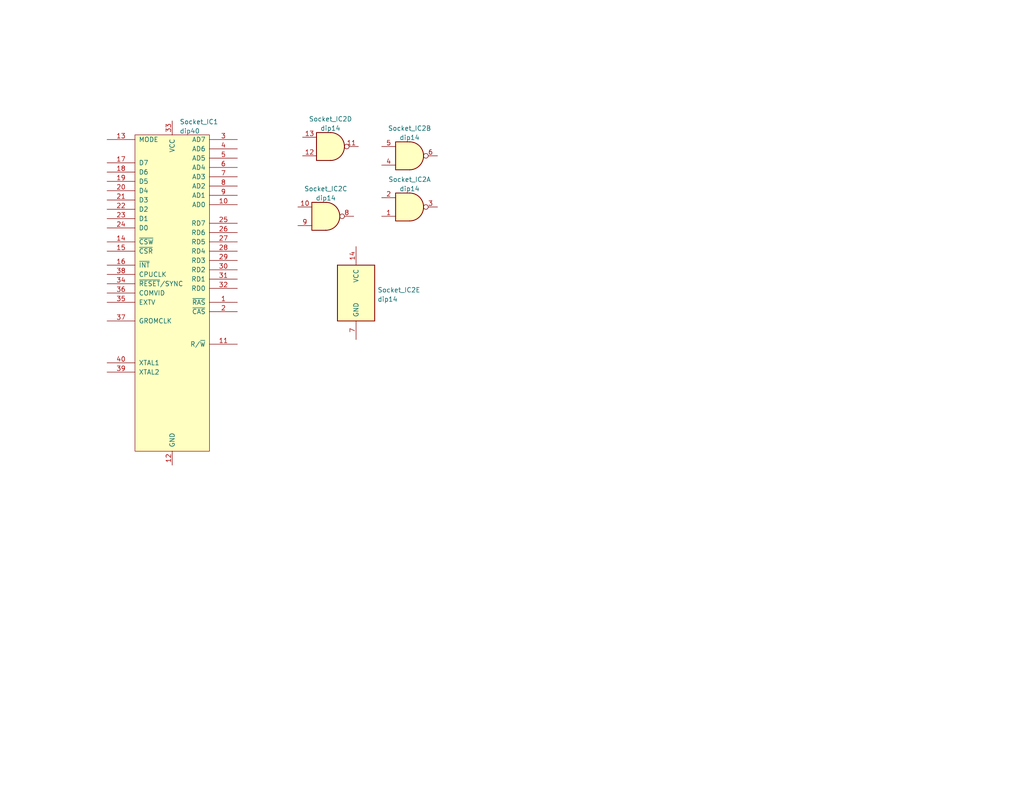
<source format=kicad_sch>
(kicad_sch (version 20211123) (generator eeschema)

  (uuid eb678f4d-d230-4aa8-ac25-ec1ff671fad0)

  (paper "USLetter")

  (lib_symbols
    (symbol "74xx:74LS00" (pin_names (offset 1.016)) (in_bom yes) (on_board yes)
      (property "Reference" "U" (id 0) (at 0 1.27 0)
        (effects (font (size 1.27 1.27)))
      )
      (property "Value" "74LS00" (id 1) (at 0 -1.27 0)
        (effects (font (size 1.27 1.27)))
      )
      (property "Footprint" "" (id 2) (at 0 0 0)
        (effects (font (size 1.27 1.27)) hide)
      )
      (property "Datasheet" "http://www.ti.com/lit/gpn/sn74ls00" (id 3) (at 0 0 0)
        (effects (font (size 1.27 1.27)) hide)
      )
      (property "ki_locked" "" (id 4) (at 0 0 0)
        (effects (font (size 1.27 1.27)))
      )
      (property "ki_keywords" "TTL nand 2-input" (id 5) (at 0 0 0)
        (effects (font (size 1.27 1.27)) hide)
      )
      (property "ki_description" "quad 2-input NAND gate" (id 6) (at 0 0 0)
        (effects (font (size 1.27 1.27)) hide)
      )
      (property "ki_fp_filters" "DIP*W7.62mm* SO14*" (id 7) (at 0 0 0)
        (effects (font (size 1.27 1.27)) hide)
      )
      (symbol "74LS00_1_1"
        (arc (start 0 -3.81) (mid 3.81 0) (end 0 3.81)
          (stroke (width 0.254) (type default) (color 0 0 0 0))
          (fill (type background))
        )
        (polyline
          (pts
            (xy 0 3.81)
            (xy -3.81 3.81)
            (xy -3.81 -3.81)
            (xy 0 -3.81)
          )
          (stroke (width 0.254) (type default) (color 0 0 0 0))
          (fill (type background))
        )
        (pin input line (at -7.62 2.54 0) (length 3.81)
          (name "~" (effects (font (size 1.27 1.27))))
          (number "1" (effects (font (size 1.27 1.27))))
        )
        (pin input line (at -7.62 -2.54 0) (length 3.81)
          (name "~" (effects (font (size 1.27 1.27))))
          (number "2" (effects (font (size 1.27 1.27))))
        )
        (pin output inverted (at 7.62 0 180) (length 3.81)
          (name "~" (effects (font (size 1.27 1.27))))
          (number "3" (effects (font (size 1.27 1.27))))
        )
      )
      (symbol "74LS00_1_2"
        (arc (start -3.81 -3.81) (mid -2.589 0) (end -3.81 3.81)
          (stroke (width 0.254) (type default) (color 0 0 0 0))
          (fill (type none))
        )
        (arc (start -0.6096 -3.81) (mid 2.1842 -2.5851) (end 3.81 0)
          (stroke (width 0.254) (type default) (color 0 0 0 0))
          (fill (type background))
        )
        (polyline
          (pts
            (xy -3.81 -3.81)
            (xy -0.635 -3.81)
          )
          (stroke (width 0.254) (type default) (color 0 0 0 0))
          (fill (type background))
        )
        (polyline
          (pts
            (xy -3.81 3.81)
            (xy -0.635 3.81)
          )
          (stroke (width 0.254) (type default) (color 0 0 0 0))
          (fill (type background))
        )
        (polyline
          (pts
            (xy -0.635 3.81)
            (xy -3.81 3.81)
            (xy -3.81 3.81)
            (xy -3.556 3.4036)
            (xy -3.0226 2.2606)
            (xy -2.6924 1.0414)
            (xy -2.6162 -0.254)
            (xy -2.7686 -1.4986)
            (xy -3.175 -2.7178)
            (xy -3.81 -3.81)
            (xy -3.81 -3.81)
            (xy -0.635 -3.81)
          )
          (stroke (width -25.4) (type default) (color 0 0 0 0))
          (fill (type background))
        )
        (arc (start 3.81 0) (mid 2.1915 2.5936) (end -0.6096 3.81)
          (stroke (width 0.254) (type default) (color 0 0 0 0))
          (fill (type background))
        )
        (pin input inverted (at -7.62 2.54 0) (length 4.318)
          (name "~" (effects (font (size 1.27 1.27))))
          (number "1" (effects (font (size 1.27 1.27))))
        )
        (pin input inverted (at -7.62 -2.54 0) (length 4.318)
          (name "~" (effects (font (size 1.27 1.27))))
          (number "2" (effects (font (size 1.27 1.27))))
        )
        (pin output line (at 7.62 0 180) (length 3.81)
          (name "~" (effects (font (size 1.27 1.27))))
          (number "3" (effects (font (size 1.27 1.27))))
        )
      )
      (symbol "74LS00_2_1"
        (arc (start 0 -3.81) (mid 3.81 0) (end 0 3.81)
          (stroke (width 0.254) (type default) (color 0 0 0 0))
          (fill (type background))
        )
        (polyline
          (pts
            (xy 0 3.81)
            (xy -3.81 3.81)
            (xy -3.81 -3.81)
            (xy 0 -3.81)
          )
          (stroke (width 0.254) (type default) (color 0 0 0 0))
          (fill (type background))
        )
        (pin input line (at -7.62 2.54 0) (length 3.81)
          (name "~" (effects (font (size 1.27 1.27))))
          (number "4" (effects (font (size 1.27 1.27))))
        )
        (pin input line (at -7.62 -2.54 0) (length 3.81)
          (name "~" (effects (font (size 1.27 1.27))))
          (number "5" (effects (font (size 1.27 1.27))))
        )
        (pin output inverted (at 7.62 0 180) (length 3.81)
          (name "~" (effects (font (size 1.27 1.27))))
          (number "6" (effects (font (size 1.27 1.27))))
        )
      )
      (symbol "74LS00_2_2"
        (arc (start -3.81 -3.81) (mid -2.589 0) (end -3.81 3.81)
          (stroke (width 0.254) (type default) (color 0 0 0 0))
          (fill (type none))
        )
        (arc (start -0.6096 -3.81) (mid 2.1842 -2.5851) (end 3.81 0)
          (stroke (width 0.254) (type default) (color 0 0 0 0))
          (fill (type background))
        )
        (polyline
          (pts
            (xy -3.81 -3.81)
            (xy -0.635 -3.81)
          )
          (stroke (width 0.254) (type default) (color 0 0 0 0))
          (fill (type background))
        )
        (polyline
          (pts
            (xy -3.81 3.81)
            (xy -0.635 3.81)
          )
          (stroke (width 0.254) (type default) (color 0 0 0 0))
          (fill (type background))
        )
        (polyline
          (pts
            (xy -0.635 3.81)
            (xy -3.81 3.81)
            (xy -3.81 3.81)
            (xy -3.556 3.4036)
            (xy -3.0226 2.2606)
            (xy -2.6924 1.0414)
            (xy -2.6162 -0.254)
            (xy -2.7686 -1.4986)
            (xy -3.175 -2.7178)
            (xy -3.81 -3.81)
            (xy -3.81 -3.81)
            (xy -0.635 -3.81)
          )
          (stroke (width -25.4) (type default) (color 0 0 0 0))
          (fill (type background))
        )
        (arc (start 3.81 0) (mid 2.1915 2.5936) (end -0.6096 3.81)
          (stroke (width 0.254) (type default) (color 0 0 0 0))
          (fill (type background))
        )
        (pin input inverted (at -7.62 2.54 0) (length 4.318)
          (name "~" (effects (font (size 1.27 1.27))))
          (number "4" (effects (font (size 1.27 1.27))))
        )
        (pin input inverted (at -7.62 -2.54 0) (length 4.318)
          (name "~" (effects (font (size 1.27 1.27))))
          (number "5" (effects (font (size 1.27 1.27))))
        )
        (pin output line (at 7.62 0 180) (length 3.81)
          (name "~" (effects (font (size 1.27 1.27))))
          (number "6" (effects (font (size 1.27 1.27))))
        )
      )
      (symbol "74LS00_3_1"
        (arc (start 0 -3.81) (mid 3.81 0) (end 0 3.81)
          (stroke (width 0.254) (type default) (color 0 0 0 0))
          (fill (type background))
        )
        (polyline
          (pts
            (xy 0 3.81)
            (xy -3.81 3.81)
            (xy -3.81 -3.81)
            (xy 0 -3.81)
          )
          (stroke (width 0.254) (type default) (color 0 0 0 0))
          (fill (type background))
        )
        (pin input line (at -7.62 -2.54 0) (length 3.81)
          (name "~" (effects (font (size 1.27 1.27))))
          (number "10" (effects (font (size 1.27 1.27))))
        )
        (pin output inverted (at 7.62 0 180) (length 3.81)
          (name "~" (effects (font (size 1.27 1.27))))
          (number "8" (effects (font (size 1.27 1.27))))
        )
        (pin input line (at -7.62 2.54 0) (length 3.81)
          (name "~" (effects (font (size 1.27 1.27))))
          (number "9" (effects (font (size 1.27 1.27))))
        )
      )
      (symbol "74LS00_3_2"
        (arc (start -3.81 -3.81) (mid -2.589 0) (end -3.81 3.81)
          (stroke (width 0.254) (type default) (color 0 0 0 0))
          (fill (type none))
        )
        (arc (start -0.6096 -3.81) (mid 2.1842 -2.5851) (end 3.81 0)
          (stroke (width 0.254) (type default) (color 0 0 0 0))
          (fill (type background))
        )
        (polyline
          (pts
            (xy -3.81 -3.81)
            (xy -0.635 -3.81)
          )
          (stroke (width 0.254) (type default) (color 0 0 0 0))
          (fill (type background))
        )
        (polyline
          (pts
            (xy -3.81 3.81)
            (xy -0.635 3.81)
          )
          (stroke (width 0.254) (type default) (color 0 0 0 0))
          (fill (type background))
        )
        (polyline
          (pts
            (xy -0.635 3.81)
            (xy -3.81 3.81)
            (xy -3.81 3.81)
            (xy -3.556 3.4036)
            (xy -3.0226 2.2606)
            (xy -2.6924 1.0414)
            (xy -2.6162 -0.254)
            (xy -2.7686 -1.4986)
            (xy -3.175 -2.7178)
            (xy -3.81 -3.81)
            (xy -3.81 -3.81)
            (xy -0.635 -3.81)
          )
          (stroke (width -25.4) (type default) (color 0 0 0 0))
          (fill (type background))
        )
        (arc (start 3.81 0) (mid 2.1915 2.5936) (end -0.6096 3.81)
          (stroke (width 0.254) (type default) (color 0 0 0 0))
          (fill (type background))
        )
        (pin input inverted (at -7.62 -2.54 0) (length 4.318)
          (name "~" (effects (font (size 1.27 1.27))))
          (number "10" (effects (font (size 1.27 1.27))))
        )
        (pin output line (at 7.62 0 180) (length 3.81)
          (name "~" (effects (font (size 1.27 1.27))))
          (number "8" (effects (font (size 1.27 1.27))))
        )
        (pin input inverted (at -7.62 2.54 0) (length 4.318)
          (name "~" (effects (font (size 1.27 1.27))))
          (number "9" (effects (font (size 1.27 1.27))))
        )
      )
      (symbol "74LS00_4_1"
        (arc (start 0 -3.81) (mid 3.81 0) (end 0 3.81)
          (stroke (width 0.254) (type default) (color 0 0 0 0))
          (fill (type background))
        )
        (polyline
          (pts
            (xy 0 3.81)
            (xy -3.81 3.81)
            (xy -3.81 -3.81)
            (xy 0 -3.81)
          )
          (stroke (width 0.254) (type default) (color 0 0 0 0))
          (fill (type background))
        )
        (pin output inverted (at 7.62 0 180) (length 3.81)
          (name "~" (effects (font (size 1.27 1.27))))
          (number "11" (effects (font (size 1.27 1.27))))
        )
        (pin input line (at -7.62 2.54 0) (length 3.81)
          (name "~" (effects (font (size 1.27 1.27))))
          (number "12" (effects (font (size 1.27 1.27))))
        )
        (pin input line (at -7.62 -2.54 0) (length 3.81)
          (name "~" (effects (font (size 1.27 1.27))))
          (number "13" (effects (font (size 1.27 1.27))))
        )
      )
      (symbol "74LS00_4_2"
        (arc (start -3.81 -3.81) (mid -2.589 0) (end -3.81 3.81)
          (stroke (width 0.254) (type default) (color 0 0 0 0))
          (fill (type none))
        )
        (arc (start -0.6096 -3.81) (mid 2.1842 -2.5851) (end 3.81 0)
          (stroke (width 0.254) (type default) (color 0 0 0 0))
          (fill (type background))
        )
        (polyline
          (pts
            (xy -3.81 -3.81)
            (xy -0.635 -3.81)
          )
          (stroke (width 0.254) (type default) (color 0 0 0 0))
          (fill (type background))
        )
        (polyline
          (pts
            (xy -3.81 3.81)
            (xy -0.635 3.81)
          )
          (stroke (width 0.254) (type default) (color 0 0 0 0))
          (fill (type background))
        )
        (polyline
          (pts
            (xy -0.635 3.81)
            (xy -3.81 3.81)
            (xy -3.81 3.81)
            (xy -3.556 3.4036)
            (xy -3.0226 2.2606)
            (xy -2.6924 1.0414)
            (xy -2.6162 -0.254)
            (xy -2.7686 -1.4986)
            (xy -3.175 -2.7178)
            (xy -3.81 -3.81)
            (xy -3.81 -3.81)
            (xy -0.635 -3.81)
          )
          (stroke (width -25.4) (type default) (color 0 0 0 0))
          (fill (type background))
        )
        (arc (start 3.81 0) (mid 2.1915 2.5936) (end -0.6096 3.81)
          (stroke (width 0.254) (type default) (color 0 0 0 0))
          (fill (type background))
        )
        (pin output line (at 7.62 0 180) (length 3.81)
          (name "~" (effects (font (size 1.27 1.27))))
          (number "11" (effects (font (size 1.27 1.27))))
        )
        (pin input inverted (at -7.62 2.54 0) (length 4.318)
          (name "~" (effects (font (size 1.27 1.27))))
          (number "12" (effects (font (size 1.27 1.27))))
        )
        (pin input inverted (at -7.62 -2.54 0) (length 4.318)
          (name "~" (effects (font (size 1.27 1.27))))
          (number "13" (effects (font (size 1.27 1.27))))
        )
      )
      (symbol "74LS00_5_0"
        (pin power_in line (at 0 12.7 270) (length 5.08)
          (name "VCC" (effects (font (size 1.27 1.27))))
          (number "14" (effects (font (size 1.27 1.27))))
        )
        (pin power_in line (at 0 -12.7 90) (length 5.08)
          (name "GND" (effects (font (size 1.27 1.27))))
          (number "7" (effects (font (size 1.27 1.27))))
        )
      )
      (symbol "74LS00_5_1"
        (rectangle (start -5.08 7.62) (end 5.08 -7.62)
          (stroke (width 0.254) (type default) (color 0 0 0 0))
          (fill (type background))
        )
      )
    )
    (symbol "yamaha:TMS9918A" (pin_names (offset 1.016)) (in_bom yes) (on_board yes)
      (property "Reference" "U?" (id 0) (at 7.62 41.91 0)
        (effects (font (size 1.27 1.27)))
      )
      (property "Value" "TMS9918A" (id 1) (at 6.35 39.37 0)
        (effects (font (size 1.27 1.27)))
      )
      (property "Footprint" "Package_DIP:DIP-40_W15.24mm_Socket" (id 2) (at 0 12.7 0)
        (effects (font (size 1.27 1.27)) hide)
      )
      (property "Datasheet" "https://archive.org/download/Texas_Instruments_TMS9918A/Texas_Instruments_TMS9918A.pdf" (id 3) (at -2.54 63.5 0)
        (effects (font (size 1.27 1.27)) hide)
      )
      (property "ki_description" "video display processor" (id 4) (at 0 0 0)
        (effects (font (size 1.27 1.27)) hide)
      )
      (symbol "TMS9918A_0_0"
        (pin power_in line (at 0 -52.07 90) (length 3.81)
          (name "GND" (effects (font (size 1.27 1.27))))
          (number "12" (effects (font (size 1.27 1.27))))
        )
        (pin power_in line (at 0 41.91 270) (length 3.81)
          (name "VCC" (effects (font (size 1.27 1.27))))
          (number "33" (effects (font (size 1.27 1.27))))
        )
        (pin output line (at -17.78 -5.08 0) (length 7.62)
          (name "COMVID" (effects (font (size 1.27 1.27))))
          (number "36" (effects (font (size 1.27 1.27))))
        )
      )
      (symbol "TMS9918A_0_1"
        (rectangle (start -10.16 38.1) (end 10.16 -48.26)
          (stroke (width 0) (type default) (color 0 0 0 0))
          (fill (type background))
        )
      )
      (symbol "TMS9918A_1_1"
        (pin tri_state line (at 17.78 -7.62 180) (length 7.62)
          (name "~{RAS}" (effects (font (size 1.27 1.27))))
          (number "1" (effects (font (size 1.27 1.27))))
        )
        (pin output line (at 17.78 19.05 180) (length 7.62)
          (name "AD0" (effects (font (size 1.27 1.27))))
          (number "10" (effects (font (size 1.27 1.27))))
        )
        (pin tri_state line (at 17.78 -19.05 180) (length 7.62)
          (name "R/~{W}" (effects (font (size 1.27 1.27))))
          (number "11" (effects (font (size 1.27 1.27))))
        )
        (pin input line (at -17.78 36.83 0) (length 7.62)
          (name "MODE" (effects (font (size 1.27 1.27))))
          (number "13" (effects (font (size 1.27 1.27))))
        )
        (pin input line (at -17.78 8.89 0) (length 7.62)
          (name "~{CSW}" (effects (font (size 1.27 1.27))))
          (number "14" (effects (font (size 1.27 1.27))))
        )
        (pin input line (at -17.78 6.35 0) (length 7.62)
          (name "~{CSR}" (effects (font (size 1.27 1.27))))
          (number "15" (effects (font (size 1.27 1.27))))
        )
        (pin output line (at -17.78 2.54 0) (length 7.62)
          (name "~{INT}" (effects (font (size 1.27 1.27))))
          (number "16" (effects (font (size 1.27 1.27))))
        )
        (pin tri_state line (at -17.78 30.48 0) (length 7.62)
          (name "D7" (effects (font (size 1.27 1.27))))
          (number "17" (effects (font (size 1.27 1.27))))
        )
        (pin tri_state line (at -17.78 27.94 0) (length 7.62)
          (name "D6" (effects (font (size 1.27 1.27))))
          (number "18" (effects (font (size 1.27 1.27))))
        )
        (pin tri_state line (at -17.78 25.4 0) (length 7.62)
          (name "D5" (effects (font (size 1.27 1.27))))
          (number "19" (effects (font (size 1.27 1.27))))
        )
        (pin tri_state line (at 17.78 -10.16 180) (length 7.62)
          (name "~{CAS}" (effects (font (size 1.27 1.27))))
          (number "2" (effects (font (size 1.27 1.27))))
        )
        (pin tri_state line (at -17.78 22.86 0) (length 7.62)
          (name "D4" (effects (font (size 1.27 1.27))))
          (number "20" (effects (font (size 1.27 1.27))))
        )
        (pin tri_state line (at -17.78 20.32 0) (length 7.62)
          (name "D3" (effects (font (size 1.27 1.27))))
          (number "21" (effects (font (size 1.27 1.27))))
        )
        (pin tri_state line (at -17.78 17.78 0) (length 7.62)
          (name "D2" (effects (font (size 1.27 1.27))))
          (number "22" (effects (font (size 1.27 1.27))))
        )
        (pin tri_state line (at -17.78 15.24 0) (length 7.62)
          (name "D1" (effects (font (size 1.27 1.27))))
          (number "23" (effects (font (size 1.27 1.27))))
        )
        (pin tri_state line (at -17.78 12.7 0) (length 7.62)
          (name "D0" (effects (font (size 1.27 1.27))))
          (number "24" (effects (font (size 1.27 1.27))))
        )
        (pin tri_state line (at 17.78 13.97 180) (length 7.62)
          (name "RD7" (effects (font (size 1.27 1.27))))
          (number "25" (effects (font (size 1.27 1.27))))
        )
        (pin tri_state line (at 17.78 11.43 180) (length 7.62)
          (name "RD6" (effects (font (size 1.27 1.27))))
          (number "26" (effects (font (size 1.27 1.27))))
        )
        (pin tri_state line (at 17.78 8.89 180) (length 7.62)
          (name "RD5" (effects (font (size 1.27 1.27))))
          (number "27" (effects (font (size 1.27 1.27))))
        )
        (pin tri_state line (at 17.78 6.35 180) (length 7.62)
          (name "RD4" (effects (font (size 1.27 1.27))))
          (number "28" (effects (font (size 1.27 1.27))))
        )
        (pin tri_state line (at 17.78 3.81 180) (length 7.62)
          (name "RD3" (effects (font (size 1.27 1.27))))
          (number "29" (effects (font (size 1.27 1.27))))
        )
        (pin output line (at 17.78 36.83 180) (length 7.62)
          (name "AD7" (effects (font (size 1.27 1.27))))
          (number "3" (effects (font (size 1.27 1.27))))
        )
        (pin tri_state line (at 17.78 1.27 180) (length 7.62)
          (name "RD2" (effects (font (size 1.27 1.27))))
          (number "30" (effects (font (size 1.27 1.27))))
        )
        (pin tri_state line (at 17.78 -1.27 180) (length 7.62)
          (name "RD1" (effects (font (size 1.27 1.27))))
          (number "31" (effects (font (size 1.27 1.27))))
        )
        (pin tri_state line (at 17.78 -3.81 180) (length 7.62)
          (name "RD0" (effects (font (size 1.27 1.27))))
          (number "32" (effects (font (size 1.27 1.27))))
        )
        (pin input line (at -17.78 -2.54 0) (length 7.62)
          (name "~{RESET}/SYNC" (effects (font (size 1.27 1.27))))
          (number "34" (effects (font (size 1.27 1.27))))
        )
        (pin output line (at -17.78 -7.62 0) (length 7.62)
          (name "EXTV" (effects (font (size 1.27 1.27))))
          (number "35" (effects (font (size 1.27 1.27))))
        )
        (pin output line (at -17.78 -12.7 0) (length 7.62)
          (name "GROMCLK" (effects (font (size 1.27 1.27))))
          (number "37" (effects (font (size 1.27 1.27))))
        )
        (pin output line (at -17.78 0 0) (length 7.62)
          (name "CPUCLK" (effects (font (size 1.27 1.27))))
          (number "38" (effects (font (size 1.27 1.27))))
        )
        (pin input line (at -17.78 -26.67 0) (length 7.62)
          (name "XTAL2" (effects (font (size 1.27 1.27))))
          (number "39" (effects (font (size 1.27 1.27))))
        )
        (pin output line (at 17.78 34.29 180) (length 7.62)
          (name "AD6" (effects (font (size 1.27 1.27))))
          (number "4" (effects (font (size 1.27 1.27))))
        )
        (pin input line (at -17.78 -24.13 0) (length 7.62)
          (name "XTAL1" (effects (font (size 1.27 1.27))))
          (number "40" (effects (font (size 1.27 1.27))))
        )
        (pin output line (at 17.78 31.75 180) (length 7.62)
          (name "AD5" (effects (font (size 1.27 1.27))))
          (number "5" (effects (font (size 1.27 1.27))))
        )
        (pin output line (at 17.78 29.21 180) (length 7.62)
          (name "AD4" (effects (font (size 1.27 1.27))))
          (number "6" (effects (font (size 1.27 1.27))))
        )
        (pin output line (at 17.78 26.67 180) (length 7.62)
          (name "AD3" (effects (font (size 1.27 1.27))))
          (number "7" (effects (font (size 1.27 1.27))))
        )
        (pin output line (at 17.78 24.13 180) (length 7.62)
          (name "AD2" (effects (font (size 1.27 1.27))))
          (number "8" (effects (font (size 1.27 1.27))))
        )
        (pin output line (at 17.78 21.59 180) (length 7.62)
          (name "AD1" (effects (font (size 1.27 1.27))))
          (number "9" (effects (font (size 1.27 1.27))))
        )
      )
    )
  )


  (symbol (lib_id "74xx:74LS00") (at 88.9 59.055 0) (mirror x) (unit 3)
    (in_bom yes) (on_board no) (fields_autoplaced)
    (uuid 0d7f9cac-4579-42f4-8acb-d4201c86121a)
    (property "Reference" "Socket_IC2" (id 0) (at 88.9 51.5452 0))
    (property "Value" "dip14" (id 1) (at 88.9 54.0821 0))
    (property "Footprint" "Package_DIP:DIP-14_W7.62mm_Socket" (id 2) (at 88.9 59.055 0)
      (effects (font (size 1.27 1.27)) hide)
    )
    (property "Datasheet" "http://www.on-shore.com/wp-content/uploads/2015/09/SAXXX0X0.pdf" (id 3) (at 88.9 59.055 0)
      (effects (font (size 1.27 1.27)) hide)
    )
    (property "DigiKey_SKU" "ED3014-ND" (id 4) (at 88.9 59.055 0)
      (effects (font (size 1.27 1.27)) hide)
    )
    (property "MPN" "SA143000" (id 5) (at 88.9 59.055 0)
      (effects (font (size 1.27 1.27)) hide)
    )
    (property "Manufacturer" "On Shore Technology Inc." (id 6) (at 88.9 59.055 0)
      (effects (font (size 1.27 1.27)) hide)
    )
    (pin "1" (uuid 0df2e839-5b1a-4211-9057-16d24a4111a3))
    (pin "2" (uuid 087e17f2-9d23-4775-a14b-212f15aef526))
    (pin "3" (uuid 86982cfb-8941-4b9b-a8f1-c818fd7a7cba))
    (pin "4" (uuid de058c8b-2a00-4425-b052-1bde420c3e7c))
    (pin "5" (uuid d4d93b62-eddb-43df-a915-0993412378b6))
    (pin "6" (uuid 9550cf61-8878-4e36-badd-be2b29b0a45a))
    (pin "10" (uuid e11465e8-1a60-41b2-8117-ca71511099e7))
    (pin "8" (uuid de64c5df-7043-4be7-a1bf-a1aa410b9d97))
    (pin "9" (uuid 74752c81-856e-47ec-8081-80200549ba75))
    (pin "11" (uuid 65401ac6-2452-4e93-ad70-7a9f32f5c209))
    (pin "12" (uuid 72c128fe-4473-4edc-ba6a-145ad6a57bf9))
    (pin "13" (uuid 18d3496e-d420-4029-bd6f-5861fe3f9117))
    (pin "14" (uuid e1c28269-3bff-4171-a5f7-621f59088374))
    (pin "7" (uuid fd89d85e-5ea3-4169-b5ac-3cf029cbefba))
  )

  (symbol (lib_id "yamaha:TMS9918A") (at 46.99 74.93 0) (unit 1)
    (in_bom yes) (on_board no) (fields_autoplaced)
    (uuid 513d0956-4cc2-4868-8b17-03515e9f9327)
    (property "Reference" "Socket_IC1" (id 0) (at 49.0094 33.2572 0)
      (effects (font (size 1.27 1.27)) (justify left))
    )
    (property "Value" "dip40" (id 1) (at 49.0094 35.7941 0)
      (effects (font (size 1.27 1.27)) (justify left))
    )
    (property "Footprint" "Package_DIP:DIP-40_W15.24mm_Socket" (id 2) (at 46.99 62.23 0)
      (effects (font (size 1.27 1.27)) hide)
    )
    (property "Datasheet" "http://www.on-shore.com/wp-content/uploads/2015/09/SAXXX0X0.pdf" (id 3) (at 44.45 11.43 0)
      (effects (font (size 1.27 1.27)) hide)
    )
    (property "DigiKey_SKU" "ED3032-ND" (id 4) (at 46.99 74.93 0)
      (effects (font (size 1.27 1.27)) hide)
    )
    (property "MPN" "SA406000" (id 5) (at 46.99 74.93 0)
      (effects (font (size 1.27 1.27)) hide)
    )
    (property "Manufacturer" "On Shore Technology Inc." (id 6) (at 46.99 74.93 0)
      (effects (font (size 1.27 1.27)) hide)
    )
    (pin "12" (uuid 286cb981-34d8-48fa-b946-abf69cce15d9))
    (pin "33" (uuid fd5f9fc7-c68b-42d9-b64f-b10363709a2e))
    (pin "36" (uuid dbf556ff-f229-4168-9a4e-57c2e9f74ccf))
    (pin "1" (uuid b6611a22-c81b-40f2-a23c-b17a64431bc9))
    (pin "10" (uuid c4e734ce-4f84-47aa-b7d0-98a26ec4edee))
    (pin "11" (uuid 7e0083fa-1185-4b24-9a58-26870a51f9db))
    (pin "13" (uuid 550f8cac-047c-47b0-a8d6-b757ec54de0d))
    (pin "14" (uuid 39e86033-c63f-4b2a-a941-b9911e0da9ff))
    (pin "15" (uuid 4367a20f-221d-41ce-be39-e7d35db79265))
    (pin "16" (uuid 6f60d151-ff3a-4d53-b7e4-9a63b65841d2))
    (pin "17" (uuid 474ae71d-255b-48a6-a6b3-2d785ea9d610))
    (pin "18" (uuid 9ae06ef3-f98a-49c1-b50f-ce64a76a49cd))
    (pin "19" (uuid fea8067a-fe3e-40ad-a4eb-bf63f3e44739))
    (pin "2" (uuid 1c0ea4cd-99dd-4b30-b496-56ee2709165b))
    (pin "20" (uuid e8ac87f4-a046-444a-b45b-6f18ce95e8df))
    (pin "21" (uuid cf8143c3-e82b-44cc-ade8-ad9e8a8dd3bb))
    (pin "22" (uuid 32593add-2015-47a0-b733-a6e6e0c30a11))
    (pin "23" (uuid df006134-dd9b-4a6d-ba29-b94af8790bd9))
    (pin "24" (uuid 53131f15-4f68-4960-be60-5a925e46218f))
    (pin "25" (uuid a3c6662c-a82a-42c8-b2f1-f64f791157ca))
    (pin "26" (uuid 790842a3-76a7-48ab-8327-8d74df8721e6))
    (pin "27" (uuid e36ab9ba-9a70-42a4-913d-0e904bbfabcd))
    (pin "28" (uuid c272a4fd-38ea-47eb-9289-6a1630b44978))
    (pin "29" (uuid 113277d4-2928-4254-bf44-719030992abb))
    (pin "3" (uuid c47835df-bf5d-4f5d-a84d-9133faf59c41))
    (pin "30" (uuid fdbdecc6-1f78-4806-916f-b78a9470e1f3))
    (pin "31" (uuid 14012896-1fd5-4981-995a-dc36e23518e2))
    (pin "32" (uuid 059aaf3e-7aeb-4a7d-9c5c-53e80ca1df92))
    (pin "34" (uuid 3d5bb2a4-5da3-4da5-aee4-50d7509f1970))
    (pin "35" (uuid 405d986d-5f51-4a71-ab5d-20ef5fcdd52c))
    (pin "37" (uuid 0a052533-efed-4919-8272-0308d1e4409a))
    (pin "38" (uuid 57858b35-655b-456a-a2d1-1850e73f7008))
    (pin "39" (uuid 5d4c23b4-7b18-498e-b375-bbc3d18287cf))
    (pin "4" (uuid 75276f51-b1ee-475f-bf86-9e09a8afb777))
    (pin "40" (uuid 819e5601-e807-42bc-9aa4-cf18b67d0f89))
    (pin "5" (uuid e2f5051f-d8ce-4653-ade1-914ddfbb7b52))
    (pin "6" (uuid 81ca6261-fbf5-4052-843c-9f805b148570))
    (pin "7" (uuid 5793966e-26f9-41cc-bc67-612e39c90b5b))
    (pin "8" (uuid e815f7eb-dca3-44fb-91c0-b829c4012d46))
    (pin "9" (uuid f82b0eaf-fb2d-47cc-af03-6186f43ee857))
  )

  (symbol (lib_id "74xx:74LS00") (at 90.17 40.005 0) (mirror x) (unit 4)
    (in_bom yes) (on_board no) (fields_autoplaced)
    (uuid 683a929e-cf52-4bd1-8a2b-12fe6261f4f4)
    (property "Reference" "Socket_IC2" (id 0) (at 90.17 32.4952 0))
    (property "Value" "dip14" (id 1) (at 90.17 35.0321 0))
    (property "Footprint" "Package_DIP:DIP-14_W7.62mm_Socket" (id 2) (at 90.17 40.005 0)
      (effects (font (size 1.27 1.27)) hide)
    )
    (property "Datasheet" "http://www.on-shore.com/wp-content/uploads/2015/09/SAXXX0X0.pdf" (id 3) (at 90.17 40.005 0)
      (effects (font (size 1.27 1.27)) hide)
    )
    (property "DigiKey_SKU" "ED3014-ND" (id 4) (at 90.17 40.005 0)
      (effects (font (size 1.27 1.27)) hide)
    )
    (property "MPN" "SA143000" (id 5) (at 90.17 40.005 0)
      (effects (font (size 1.27 1.27)) hide)
    )
    (property "Manufacturer" "On Shore Technology Inc." (id 6) (at 90.17 40.005 0)
      (effects (font (size 1.27 1.27)) hide)
    )
    (pin "1" (uuid fcd85e94-6a5f-4265-9d76-69b3e12952ad))
    (pin "2" (uuid ea865cff-dcb3-4570-b71e-0b63d412cbd1))
    (pin "3" (uuid b24544a9-2583-4801-98b6-9be8dab9aa79))
    (pin "4" (uuid 6c8951bd-760b-4d4a-ac4a-8a808ce97003))
    (pin "5" (uuid 98e848d8-fd28-4f77-8ee2-08156f86e67f))
    (pin "6" (uuid 5e27ae2e-f9f3-4166-ba9f-a805d66efc18))
    (pin "10" (uuid 475230d6-e97f-4e5a-8a6e-b14f413f1cfc))
    (pin "8" (uuid 052353a3-43f6-4716-95f0-60757745d284))
    (pin "9" (uuid b6113ebb-6c53-4c1c-a3aa-e2da7e55a899))
    (pin "11" (uuid 2dce15ab-1667-4923-bf78-476dd8242f95))
    (pin "12" (uuid 18f96cfa-fc2d-464c-8e21-0941438e0910))
    (pin "13" (uuid 7ca8900a-1115-4f42-b533-34314298eb65))
    (pin "14" (uuid 8aca8b0e-f0cd-4ee4-9d7c-5f25a0064af3))
    (pin "7" (uuid 33da985d-fd81-4324-94e3-ea08c87c6d76))
  )

  (symbol (lib_id "74xx:74LS00") (at 111.76 42.545 0) (mirror x) (unit 2)
    (in_bom yes) (on_board no) (fields_autoplaced)
    (uuid 712b8182-a7e5-45e2-bb2b-538736355a60)
    (property "Reference" "Socket_IC2" (id 0) (at 111.76 35.0352 0))
    (property "Value" "dip14" (id 1) (at 111.76 37.5721 0))
    (property "Footprint" "Package_DIP:DIP-14_W7.62mm_Socket" (id 2) (at 111.76 42.545 0)
      (effects (font (size 1.27 1.27)) hide)
    )
    (property "Datasheet" "http://www.on-shore.com/wp-content/uploads/2015/09/SAXXX0X0.pdf" (id 3) (at 111.76 42.545 0)
      (effects (font (size 1.27 1.27)) hide)
    )
    (property "DigiKey_SKU" "ED3014-ND" (id 4) (at 111.76 42.545 0)
      (effects (font (size 1.27 1.27)) hide)
    )
    (property "MPN" "SA143000" (id 5) (at 111.76 42.545 0)
      (effects (font (size 1.27 1.27)) hide)
    )
    (property "Manufacturer" "On Shore Technology Inc." (id 6) (at 111.76 42.545 0)
      (effects (font (size 1.27 1.27)) hide)
    )
    (pin "1" (uuid abcc7f5b-b2fe-40cd-9fb9-9908b1984fe3))
    (pin "2" (uuid 44767cf2-ca3c-45ff-b6e9-bcb405ff107b))
    (pin "3" (uuid 6367c734-aa40-4538-85d6-b2622e720282))
    (pin "4" (uuid 0393460f-d2bd-4de4-b943-9a89815082dc))
    (pin "5" (uuid 0c30841b-c71a-4dfe-b9d4-ecb7220387da))
    (pin "6" (uuid 8bdea140-9bbd-4719-a8de-518cf5e8d3be))
    (pin "10" (uuid 56c7fef4-01de-48de-8321-c73814f55bfd))
    (pin "8" (uuid 90f2d70c-5f38-41a0-8dcb-a4ac1acc8fd4))
    (pin "9" (uuid 88b25801-d777-4e4f-93f5-daeaeb7b4f47))
    (pin "11" (uuid 3756bcbb-943c-4b2c-be2b-95742882eaf5))
    (pin "12" (uuid fc1938fb-6d55-4285-8f78-38322d33c43f))
    (pin "13" (uuid 96a40f7e-7a32-4943-8686-f2703d3aca98))
    (pin "14" (uuid b6e8f0a6-94f0-47de-b79a-904ffef70ed9))
    (pin "7" (uuid cb835ba5-e14b-4ac0-8d7b-29ff869fa7a9))
  )

  (symbol (lib_id "74xx:74LS00") (at 97.155 80.01 0) (unit 5)
    (in_bom yes) (on_board no) (fields_autoplaced)
    (uuid 8c066164-2e86-4e41-a84d-e2e2466e12c0)
    (property "Reference" "Socket_IC2" (id 0) (at 102.997 79.1753 0)
      (effects (font (size 1.27 1.27)) (justify left))
    )
    (property "Value" "dip14" (id 1) (at 102.997 81.7122 0)
      (effects (font (size 1.27 1.27)) (justify left))
    )
    (property "Footprint" "Package_DIP:DIP-14_W7.62mm_Socket" (id 2) (at 97.155 80.01 0)
      (effects (font (size 1.27 1.27)) hide)
    )
    (property "Datasheet" "http://www.on-shore.com/wp-content/uploads/2015/09/SAXXX0X0.pdf" (id 3) (at 97.155 80.01 0)
      (effects (font (size 1.27 1.27)) hide)
    )
    (property "DigiKey_SKU" "ED3014-ND" (id 4) (at 97.155 80.01 0)
      (effects (font (size 1.27 1.27)) hide)
    )
    (property "MPN" "SA143000" (id 5) (at 97.155 80.01 0)
      (effects (font (size 1.27 1.27)) hide)
    )
    (property "Manufacturer" "On Shore Technology Inc." (id 6) (at 97.155 80.01 0)
      (effects (font (size 1.27 1.27)) hide)
    )
    (pin "1" (uuid c557d82f-28b8-4280-8a2a-80b91a345c3c))
    (pin "2" (uuid a6534e38-c5bb-46c5-9ca4-bf1c903afa41))
    (pin "3" (uuid 740505f8-624b-49d5-b52e-fb1d8c89dff6))
    (pin "4" (uuid 876c74fd-9191-4598-af92-b185a81f61b8))
    (pin "5" (uuid bf06390c-3e1d-4d25-b2f1-59f2d1e442eb))
    (pin "6" (uuid 7111740d-15f5-41ae-b2de-31a982419efc))
    (pin "10" (uuid 3de359a3-17ef-4017-846d-4737b4b994dc))
    (pin "8" (uuid 779a3911-83e7-4709-9eb9-3c0878b37d2e))
    (pin "9" (uuid 33f6bcb1-cc4f-45f2-b56c-305f123c03e3))
    (pin "11" (uuid e2dff8aa-dd55-494a-9fa3-7d8fff93b2aa))
    (pin "12" (uuid 418bb395-dd2d-413f-927b-da07632e414a))
    (pin "13" (uuid 3528b357-c57d-46f2-ada5-81459c683a2f))
    (pin "14" (uuid f125bf7b-326f-4663-b74f-36de1d570cd2))
    (pin "7" (uuid 643c7cb9-a93c-44e7-8a6d-3518ebc2890c))
  )

  (symbol (lib_id "74xx:74LS00") (at 111.76 56.515 0) (mirror x) (unit 1)
    (in_bom yes) (on_board no) (fields_autoplaced)
    (uuid cf8960a2-e926-4ac7-8eb5-d56cc330ca5d)
    (property "Reference" "Socket_IC2" (id 0) (at 111.76 49.0052 0))
    (property "Value" "dip14" (id 1) (at 111.76 51.5421 0))
    (property "Footprint" "Package_DIP:DIP-14_W7.62mm_Socket" (id 2) (at 111.76 56.515 0)
      (effects (font (size 1.27 1.27)) hide)
    )
    (property "Datasheet" "http://www.on-shore.com/wp-content/uploads/2015/09/SAXXX0X0.pdf" (id 3) (at 111.76 56.515 0)
      (effects (font (size 1.27 1.27)) hide)
    )
    (property "DigiKey_SKU" "ED3014-ND" (id 4) (at 111.76 56.515 0)
      (effects (font (size 1.27 1.27)) hide)
    )
    (property "MPN" "SA143000" (id 5) (at 111.76 56.515 0)
      (effects (font (size 1.27 1.27)) hide)
    )
    (property "Manufacturer" "On Shore Technology Inc." (id 6) (at 111.76 56.515 0)
      (effects (font (size 1.27 1.27)) hide)
    )
    (pin "1" (uuid dabbbadf-27e3-4354-8f56-b00d52d807e1))
    (pin "2" (uuid d239b2f6-b155-4c3c-b97f-ab9afb0c2642))
    (pin "3" (uuid c23320ac-f79e-477b-9f25-2d2ab33cd932))
    (pin "4" (uuid 85d6f55c-d997-46ee-a3ba-6d5ad9ceaf93))
    (pin "5" (uuid 3b07b0bb-1fac-47ec-81ff-dbbcdfe947ba))
    (pin "6" (uuid bbe638a2-7710-4225-8e92-1c3f41783ea7))
    (pin "10" (uuid 2660c335-e0a6-48ef-ab9e-2397cae9ecf3))
    (pin "8" (uuid 1b016838-cfb4-40b9-aed2-1fbcfb581490))
    (pin "9" (uuid a2c6ba40-5cc9-416d-af77-01beb2806b5a))
    (pin "11" (uuid bf84dd0d-7d6a-4c77-ac75-d3da75ba4d5a))
    (pin "12" (uuid 5aacaace-b37c-4d65-8940-4bcd258074c5))
    (pin "13" (uuid 13b7aad7-a742-4dd0-8a4f-62193ec7b73d))
    (pin "14" (uuid f0b88c3e-1c04-448d-b31f-c47a803ea6ae))
    (pin "7" (uuid b0829f2c-c6f1-4eef-b24e-7daa33e4b9ed))
  )
)

</source>
